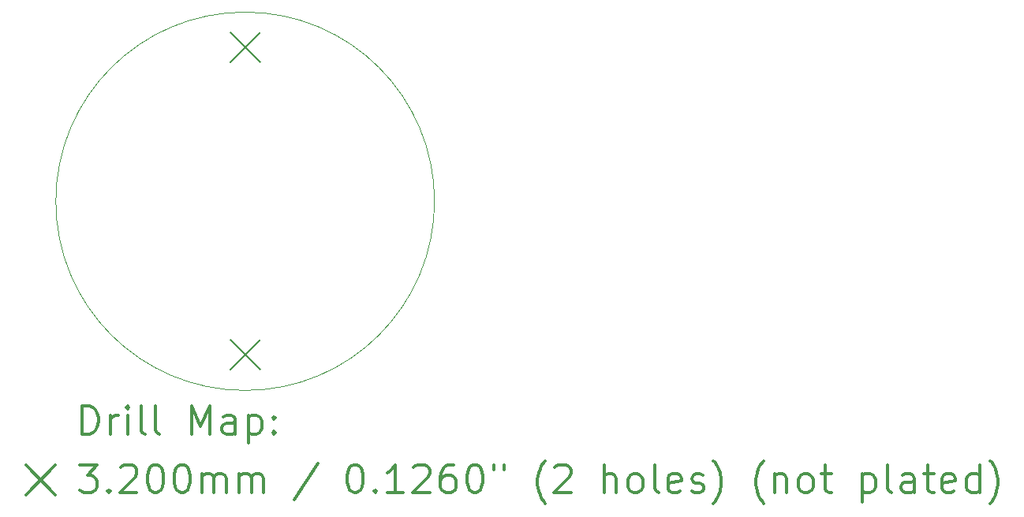
<source format=gbr>
%FSLAX45Y45*%
G04 Gerber Fmt 4.5, Leading zero omitted, Abs format (unit mm)*
G04 Created by KiCad (PCBNEW (5.1.10)-1) date 2022-05-03 00:14:37*
%MOMM*%
%LPD*%
G01*
G04 APERTURE LIST*
%TA.AperFunction,Profile*%
%ADD10C,0.050000*%
%TD*%
%ADD11C,0.200000*%
%ADD12C,0.300000*%
G04 APERTURE END LIST*
D10*
X17272000Y-7493000D02*
G75*
G03*
X17272000Y-7493000I-2032000J0D01*
G01*
D11*
X15080000Y-5682000D02*
X15400000Y-6002000D01*
X15400000Y-5682000D02*
X15080000Y-6002000D01*
X15080000Y-8984000D02*
X15400000Y-9304000D01*
X15400000Y-8984000D02*
X15080000Y-9304000D01*
D12*
X13491928Y-9993214D02*
X13491928Y-9693214D01*
X13563357Y-9693214D01*
X13606214Y-9707500D01*
X13634786Y-9736072D01*
X13649071Y-9764643D01*
X13663357Y-9821786D01*
X13663357Y-9864643D01*
X13649071Y-9921786D01*
X13634786Y-9950357D01*
X13606214Y-9978929D01*
X13563357Y-9993214D01*
X13491928Y-9993214D01*
X13791928Y-9993214D02*
X13791928Y-9793214D01*
X13791928Y-9850357D02*
X13806214Y-9821786D01*
X13820500Y-9807500D01*
X13849071Y-9793214D01*
X13877643Y-9793214D01*
X13977643Y-9993214D02*
X13977643Y-9793214D01*
X13977643Y-9693214D02*
X13963357Y-9707500D01*
X13977643Y-9721786D01*
X13991928Y-9707500D01*
X13977643Y-9693214D01*
X13977643Y-9721786D01*
X14163357Y-9993214D02*
X14134786Y-9978929D01*
X14120500Y-9950357D01*
X14120500Y-9693214D01*
X14320500Y-9993214D02*
X14291928Y-9978929D01*
X14277643Y-9950357D01*
X14277643Y-9693214D01*
X14663357Y-9993214D02*
X14663357Y-9693214D01*
X14763357Y-9907500D01*
X14863357Y-9693214D01*
X14863357Y-9993214D01*
X15134786Y-9993214D02*
X15134786Y-9836072D01*
X15120500Y-9807500D01*
X15091928Y-9793214D01*
X15034786Y-9793214D01*
X15006214Y-9807500D01*
X15134786Y-9978929D02*
X15106214Y-9993214D01*
X15034786Y-9993214D01*
X15006214Y-9978929D01*
X14991928Y-9950357D01*
X14991928Y-9921786D01*
X15006214Y-9893214D01*
X15034786Y-9878929D01*
X15106214Y-9878929D01*
X15134786Y-9864643D01*
X15277643Y-9793214D02*
X15277643Y-10093214D01*
X15277643Y-9807500D02*
X15306214Y-9793214D01*
X15363357Y-9793214D01*
X15391928Y-9807500D01*
X15406214Y-9821786D01*
X15420500Y-9850357D01*
X15420500Y-9936072D01*
X15406214Y-9964643D01*
X15391928Y-9978929D01*
X15363357Y-9993214D01*
X15306214Y-9993214D01*
X15277643Y-9978929D01*
X15549071Y-9964643D02*
X15563357Y-9978929D01*
X15549071Y-9993214D01*
X15534786Y-9978929D01*
X15549071Y-9964643D01*
X15549071Y-9993214D01*
X15549071Y-9807500D02*
X15563357Y-9821786D01*
X15549071Y-9836072D01*
X15534786Y-9821786D01*
X15549071Y-9807500D01*
X15549071Y-9836072D01*
X12885500Y-10327500D02*
X13205500Y-10647500D01*
X13205500Y-10327500D02*
X12885500Y-10647500D01*
X13463357Y-10323214D02*
X13649071Y-10323214D01*
X13549071Y-10437500D01*
X13591928Y-10437500D01*
X13620500Y-10451786D01*
X13634786Y-10466072D01*
X13649071Y-10494643D01*
X13649071Y-10566072D01*
X13634786Y-10594643D01*
X13620500Y-10608929D01*
X13591928Y-10623214D01*
X13506214Y-10623214D01*
X13477643Y-10608929D01*
X13463357Y-10594643D01*
X13777643Y-10594643D02*
X13791928Y-10608929D01*
X13777643Y-10623214D01*
X13763357Y-10608929D01*
X13777643Y-10594643D01*
X13777643Y-10623214D01*
X13906214Y-10351786D02*
X13920500Y-10337500D01*
X13949071Y-10323214D01*
X14020500Y-10323214D01*
X14049071Y-10337500D01*
X14063357Y-10351786D01*
X14077643Y-10380357D01*
X14077643Y-10408929D01*
X14063357Y-10451786D01*
X13891928Y-10623214D01*
X14077643Y-10623214D01*
X14263357Y-10323214D02*
X14291928Y-10323214D01*
X14320500Y-10337500D01*
X14334786Y-10351786D01*
X14349071Y-10380357D01*
X14363357Y-10437500D01*
X14363357Y-10508929D01*
X14349071Y-10566072D01*
X14334786Y-10594643D01*
X14320500Y-10608929D01*
X14291928Y-10623214D01*
X14263357Y-10623214D01*
X14234786Y-10608929D01*
X14220500Y-10594643D01*
X14206214Y-10566072D01*
X14191928Y-10508929D01*
X14191928Y-10437500D01*
X14206214Y-10380357D01*
X14220500Y-10351786D01*
X14234786Y-10337500D01*
X14263357Y-10323214D01*
X14549071Y-10323214D02*
X14577643Y-10323214D01*
X14606214Y-10337500D01*
X14620500Y-10351786D01*
X14634786Y-10380357D01*
X14649071Y-10437500D01*
X14649071Y-10508929D01*
X14634786Y-10566072D01*
X14620500Y-10594643D01*
X14606214Y-10608929D01*
X14577643Y-10623214D01*
X14549071Y-10623214D01*
X14520500Y-10608929D01*
X14506214Y-10594643D01*
X14491928Y-10566072D01*
X14477643Y-10508929D01*
X14477643Y-10437500D01*
X14491928Y-10380357D01*
X14506214Y-10351786D01*
X14520500Y-10337500D01*
X14549071Y-10323214D01*
X14777643Y-10623214D02*
X14777643Y-10423214D01*
X14777643Y-10451786D02*
X14791928Y-10437500D01*
X14820500Y-10423214D01*
X14863357Y-10423214D01*
X14891928Y-10437500D01*
X14906214Y-10466072D01*
X14906214Y-10623214D01*
X14906214Y-10466072D02*
X14920500Y-10437500D01*
X14949071Y-10423214D01*
X14991928Y-10423214D01*
X15020500Y-10437500D01*
X15034786Y-10466072D01*
X15034786Y-10623214D01*
X15177643Y-10623214D02*
X15177643Y-10423214D01*
X15177643Y-10451786D02*
X15191928Y-10437500D01*
X15220500Y-10423214D01*
X15263357Y-10423214D01*
X15291928Y-10437500D01*
X15306214Y-10466072D01*
X15306214Y-10623214D01*
X15306214Y-10466072D02*
X15320500Y-10437500D01*
X15349071Y-10423214D01*
X15391928Y-10423214D01*
X15420500Y-10437500D01*
X15434786Y-10466072D01*
X15434786Y-10623214D01*
X16020500Y-10308929D02*
X15763357Y-10694643D01*
X16406214Y-10323214D02*
X16434786Y-10323214D01*
X16463357Y-10337500D01*
X16477643Y-10351786D01*
X16491928Y-10380357D01*
X16506214Y-10437500D01*
X16506214Y-10508929D01*
X16491928Y-10566072D01*
X16477643Y-10594643D01*
X16463357Y-10608929D01*
X16434786Y-10623214D01*
X16406214Y-10623214D01*
X16377643Y-10608929D01*
X16363357Y-10594643D01*
X16349071Y-10566072D01*
X16334786Y-10508929D01*
X16334786Y-10437500D01*
X16349071Y-10380357D01*
X16363357Y-10351786D01*
X16377643Y-10337500D01*
X16406214Y-10323214D01*
X16634786Y-10594643D02*
X16649071Y-10608929D01*
X16634786Y-10623214D01*
X16620500Y-10608929D01*
X16634786Y-10594643D01*
X16634786Y-10623214D01*
X16934786Y-10623214D02*
X16763357Y-10623214D01*
X16849071Y-10623214D02*
X16849071Y-10323214D01*
X16820500Y-10366072D01*
X16791928Y-10394643D01*
X16763357Y-10408929D01*
X17049071Y-10351786D02*
X17063357Y-10337500D01*
X17091928Y-10323214D01*
X17163357Y-10323214D01*
X17191928Y-10337500D01*
X17206214Y-10351786D01*
X17220500Y-10380357D01*
X17220500Y-10408929D01*
X17206214Y-10451786D01*
X17034786Y-10623214D01*
X17220500Y-10623214D01*
X17477643Y-10323214D02*
X17420500Y-10323214D01*
X17391928Y-10337500D01*
X17377643Y-10351786D01*
X17349071Y-10394643D01*
X17334786Y-10451786D01*
X17334786Y-10566072D01*
X17349071Y-10594643D01*
X17363357Y-10608929D01*
X17391928Y-10623214D01*
X17449071Y-10623214D01*
X17477643Y-10608929D01*
X17491928Y-10594643D01*
X17506214Y-10566072D01*
X17506214Y-10494643D01*
X17491928Y-10466072D01*
X17477643Y-10451786D01*
X17449071Y-10437500D01*
X17391928Y-10437500D01*
X17363357Y-10451786D01*
X17349071Y-10466072D01*
X17334786Y-10494643D01*
X17691928Y-10323214D02*
X17720500Y-10323214D01*
X17749071Y-10337500D01*
X17763357Y-10351786D01*
X17777643Y-10380357D01*
X17791928Y-10437500D01*
X17791928Y-10508929D01*
X17777643Y-10566072D01*
X17763357Y-10594643D01*
X17749071Y-10608929D01*
X17720500Y-10623214D01*
X17691928Y-10623214D01*
X17663357Y-10608929D01*
X17649071Y-10594643D01*
X17634786Y-10566072D01*
X17620500Y-10508929D01*
X17620500Y-10437500D01*
X17634786Y-10380357D01*
X17649071Y-10351786D01*
X17663357Y-10337500D01*
X17691928Y-10323214D01*
X17906214Y-10323214D02*
X17906214Y-10380357D01*
X18020500Y-10323214D02*
X18020500Y-10380357D01*
X18463357Y-10737500D02*
X18449071Y-10723214D01*
X18420500Y-10680357D01*
X18406214Y-10651786D01*
X18391928Y-10608929D01*
X18377643Y-10537500D01*
X18377643Y-10480357D01*
X18391928Y-10408929D01*
X18406214Y-10366072D01*
X18420500Y-10337500D01*
X18449071Y-10294643D01*
X18463357Y-10280357D01*
X18563357Y-10351786D02*
X18577643Y-10337500D01*
X18606214Y-10323214D01*
X18677643Y-10323214D01*
X18706214Y-10337500D01*
X18720500Y-10351786D01*
X18734786Y-10380357D01*
X18734786Y-10408929D01*
X18720500Y-10451786D01*
X18549071Y-10623214D01*
X18734786Y-10623214D01*
X19091928Y-10623214D02*
X19091928Y-10323214D01*
X19220500Y-10623214D02*
X19220500Y-10466072D01*
X19206214Y-10437500D01*
X19177643Y-10423214D01*
X19134786Y-10423214D01*
X19106214Y-10437500D01*
X19091928Y-10451786D01*
X19406214Y-10623214D02*
X19377643Y-10608929D01*
X19363357Y-10594643D01*
X19349071Y-10566072D01*
X19349071Y-10480357D01*
X19363357Y-10451786D01*
X19377643Y-10437500D01*
X19406214Y-10423214D01*
X19449071Y-10423214D01*
X19477643Y-10437500D01*
X19491928Y-10451786D01*
X19506214Y-10480357D01*
X19506214Y-10566072D01*
X19491928Y-10594643D01*
X19477643Y-10608929D01*
X19449071Y-10623214D01*
X19406214Y-10623214D01*
X19677643Y-10623214D02*
X19649071Y-10608929D01*
X19634786Y-10580357D01*
X19634786Y-10323214D01*
X19906214Y-10608929D02*
X19877643Y-10623214D01*
X19820500Y-10623214D01*
X19791928Y-10608929D01*
X19777643Y-10580357D01*
X19777643Y-10466072D01*
X19791928Y-10437500D01*
X19820500Y-10423214D01*
X19877643Y-10423214D01*
X19906214Y-10437500D01*
X19920500Y-10466072D01*
X19920500Y-10494643D01*
X19777643Y-10523214D01*
X20034786Y-10608929D02*
X20063357Y-10623214D01*
X20120500Y-10623214D01*
X20149071Y-10608929D01*
X20163357Y-10580357D01*
X20163357Y-10566072D01*
X20149071Y-10537500D01*
X20120500Y-10523214D01*
X20077643Y-10523214D01*
X20049071Y-10508929D01*
X20034786Y-10480357D01*
X20034786Y-10466072D01*
X20049071Y-10437500D01*
X20077643Y-10423214D01*
X20120500Y-10423214D01*
X20149071Y-10437500D01*
X20263357Y-10737500D02*
X20277643Y-10723214D01*
X20306214Y-10680357D01*
X20320500Y-10651786D01*
X20334786Y-10608929D01*
X20349071Y-10537500D01*
X20349071Y-10480357D01*
X20334786Y-10408929D01*
X20320500Y-10366072D01*
X20306214Y-10337500D01*
X20277643Y-10294643D01*
X20263357Y-10280357D01*
X20806214Y-10737500D02*
X20791928Y-10723214D01*
X20763357Y-10680357D01*
X20749071Y-10651786D01*
X20734786Y-10608929D01*
X20720500Y-10537500D01*
X20720500Y-10480357D01*
X20734786Y-10408929D01*
X20749071Y-10366072D01*
X20763357Y-10337500D01*
X20791928Y-10294643D01*
X20806214Y-10280357D01*
X20920500Y-10423214D02*
X20920500Y-10623214D01*
X20920500Y-10451786D02*
X20934786Y-10437500D01*
X20963357Y-10423214D01*
X21006214Y-10423214D01*
X21034786Y-10437500D01*
X21049071Y-10466072D01*
X21049071Y-10623214D01*
X21234786Y-10623214D02*
X21206214Y-10608929D01*
X21191928Y-10594643D01*
X21177643Y-10566072D01*
X21177643Y-10480357D01*
X21191928Y-10451786D01*
X21206214Y-10437500D01*
X21234786Y-10423214D01*
X21277643Y-10423214D01*
X21306214Y-10437500D01*
X21320500Y-10451786D01*
X21334786Y-10480357D01*
X21334786Y-10566072D01*
X21320500Y-10594643D01*
X21306214Y-10608929D01*
X21277643Y-10623214D01*
X21234786Y-10623214D01*
X21420500Y-10423214D02*
X21534786Y-10423214D01*
X21463357Y-10323214D02*
X21463357Y-10580357D01*
X21477643Y-10608929D01*
X21506214Y-10623214D01*
X21534786Y-10623214D01*
X21863357Y-10423214D02*
X21863357Y-10723214D01*
X21863357Y-10437500D02*
X21891928Y-10423214D01*
X21949071Y-10423214D01*
X21977643Y-10437500D01*
X21991928Y-10451786D01*
X22006214Y-10480357D01*
X22006214Y-10566072D01*
X21991928Y-10594643D01*
X21977643Y-10608929D01*
X21949071Y-10623214D01*
X21891928Y-10623214D01*
X21863357Y-10608929D01*
X22177643Y-10623214D02*
X22149071Y-10608929D01*
X22134786Y-10580357D01*
X22134786Y-10323214D01*
X22420500Y-10623214D02*
X22420500Y-10466072D01*
X22406214Y-10437500D01*
X22377643Y-10423214D01*
X22320500Y-10423214D01*
X22291928Y-10437500D01*
X22420500Y-10608929D02*
X22391928Y-10623214D01*
X22320500Y-10623214D01*
X22291928Y-10608929D01*
X22277643Y-10580357D01*
X22277643Y-10551786D01*
X22291928Y-10523214D01*
X22320500Y-10508929D01*
X22391928Y-10508929D01*
X22420500Y-10494643D01*
X22520500Y-10423214D02*
X22634786Y-10423214D01*
X22563357Y-10323214D02*
X22563357Y-10580357D01*
X22577643Y-10608929D01*
X22606214Y-10623214D01*
X22634786Y-10623214D01*
X22849071Y-10608929D02*
X22820500Y-10623214D01*
X22763357Y-10623214D01*
X22734786Y-10608929D01*
X22720500Y-10580357D01*
X22720500Y-10466072D01*
X22734786Y-10437500D01*
X22763357Y-10423214D01*
X22820500Y-10423214D01*
X22849071Y-10437500D01*
X22863357Y-10466072D01*
X22863357Y-10494643D01*
X22720500Y-10523214D01*
X23120500Y-10623214D02*
X23120500Y-10323214D01*
X23120500Y-10608929D02*
X23091928Y-10623214D01*
X23034786Y-10623214D01*
X23006214Y-10608929D01*
X22991928Y-10594643D01*
X22977643Y-10566072D01*
X22977643Y-10480357D01*
X22991928Y-10451786D01*
X23006214Y-10437500D01*
X23034786Y-10423214D01*
X23091928Y-10423214D01*
X23120500Y-10437500D01*
X23234786Y-10737500D02*
X23249071Y-10723214D01*
X23277643Y-10680357D01*
X23291928Y-10651786D01*
X23306214Y-10608929D01*
X23320500Y-10537500D01*
X23320500Y-10480357D01*
X23306214Y-10408929D01*
X23291928Y-10366072D01*
X23277643Y-10337500D01*
X23249071Y-10294643D01*
X23234786Y-10280357D01*
M02*

</source>
